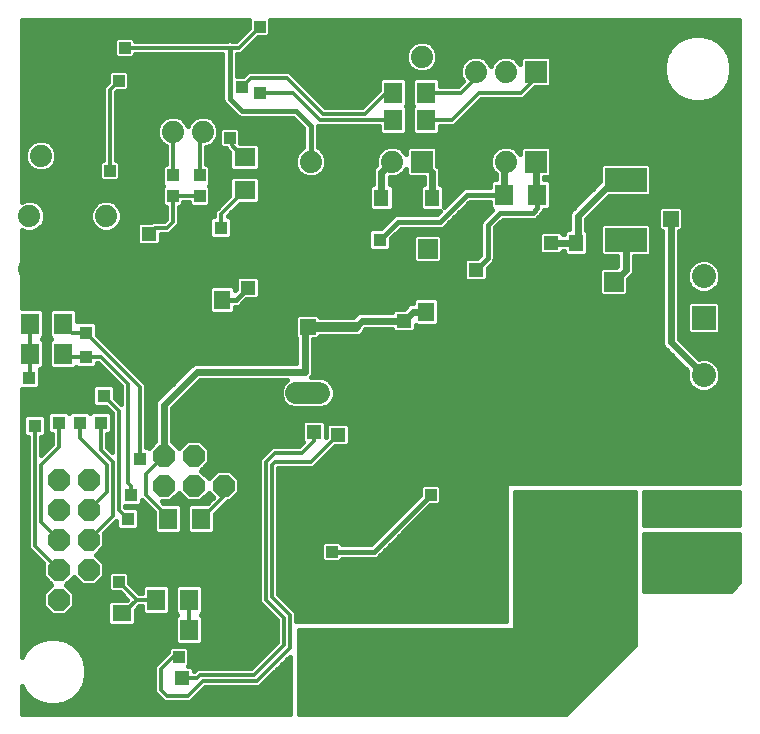
<source format=gbl>
G75*
%MOIN*%
%OFA0B0*%
%FSLAX24Y24*%
%IPPOS*%
%LPD*%
%AMOC8*
5,1,8,0,0,1.08239X$1,22.5*
%
%ADD10R,0.0800X0.0800*%
%ADD11C,0.0800*%
%ADD12R,0.0630X0.0709*%
%ADD13C,0.0740*%
%ADD14OC8,0.0740*%
%ADD15R,0.0551X0.0630*%
%ADD16R,0.0709X0.0630*%
%ADD17R,0.0630X0.0551*%
%ADD18R,0.0500X0.0579*%
%ADD19R,0.0740X0.0740*%
%ADD20R,0.1400X0.0800*%
%ADD21C,0.0650*%
%ADD22R,0.0650X0.0650*%
%ADD23R,0.0394X0.0433*%
%ADD24C,0.0740*%
%ADD25C,0.0160*%
%ADD26R,0.0396X0.0396*%
%ADD27R,0.0531X0.0531*%
%ADD28R,0.0475X0.0475*%
%ADD29C,0.0240*%
%ADD30C,0.0120*%
%ADD31R,0.0436X0.0436*%
%ADD32C,0.0320*%
D10*
X023300Y006100D03*
X023300Y010500D03*
X023300Y013800D03*
D11*
X023300Y015178D03*
X023300Y011878D03*
X023300Y007478D03*
D12*
X017751Y017900D03*
X016649Y017900D03*
X014051Y020400D03*
X014051Y021300D03*
X012949Y021300D03*
X012949Y020400D03*
X001951Y013600D03*
X001951Y012600D03*
X000849Y012600D03*
X000849Y013600D03*
X005449Y007100D03*
X006551Y007100D03*
X006151Y004400D03*
X005049Y004400D03*
X005049Y003400D03*
X006151Y003400D03*
D13*
X010600Y002100D03*
X010600Y008100D03*
X003380Y015410D03*
X003380Y017190D03*
X001200Y019200D03*
X000820Y017190D03*
X000820Y015410D03*
X005600Y020000D03*
X006600Y020000D03*
X010200Y019000D03*
X012900Y019000D03*
X015700Y019000D03*
X016700Y019000D03*
X016700Y022000D03*
X015700Y022000D03*
X013900Y022500D03*
X012900Y022500D03*
D14*
X007300Y009200D03*
X007300Y008200D03*
X006300Y008200D03*
X006300Y009200D03*
X005300Y009200D03*
X005300Y008200D03*
X002800Y008400D03*
X002800Y007400D03*
X002800Y006400D03*
X002800Y005400D03*
X002800Y004400D03*
X001800Y004400D03*
X001800Y005400D03*
X001800Y006400D03*
X001800Y007400D03*
X001800Y008400D03*
D15*
X006149Y014400D03*
X007251Y014400D03*
X014049Y014000D03*
X015151Y014000D03*
D16*
X008000Y018049D03*
X008000Y019151D03*
D17*
X003900Y003951D03*
X003900Y002849D03*
D18*
X017354Y016300D03*
X019046Y016300D03*
X014246Y017800D03*
X012554Y017800D03*
D19*
X013900Y019000D03*
X011200Y019000D03*
X017700Y019000D03*
X017700Y022000D03*
X002200Y019200D03*
D20*
X020700Y018400D03*
X020700Y016400D03*
D21*
X020300Y014000D03*
X014100Y015100D03*
D22*
X014100Y016100D03*
X020300Y015000D03*
D23*
X006500Y017865D03*
X006500Y018535D03*
X005600Y018535D03*
X005600Y017865D03*
D24*
X009730Y011300D02*
X010470Y011300D01*
D25*
X000580Y001507D02*
X000580Y000580D01*
X009500Y000580D01*
X009500Y002489D01*
X008491Y001480D01*
X006691Y001480D01*
X006191Y000980D01*
X005309Y000980D01*
X005180Y001109D01*
X005180Y001109D01*
X004980Y001309D01*
X004980Y002191D01*
X005442Y002653D01*
X005442Y002764D01*
X005536Y002858D01*
X006064Y002858D01*
X006158Y002764D01*
X006158Y002236D01*
X006120Y002197D01*
X006204Y002197D01*
X006297Y002104D01*
X006297Y002020D01*
X006309Y002020D01*
X006409Y002120D01*
X008209Y002120D01*
X009080Y002991D01*
X009080Y003709D01*
X008609Y004180D01*
X008480Y004309D01*
X008480Y009091D01*
X008609Y009220D01*
X008609Y009220D01*
X008780Y009391D01*
X008780Y009391D01*
X008909Y009520D01*
X009809Y009520D01*
X009944Y009655D01*
X009903Y009696D01*
X009903Y010304D01*
X009996Y010397D01*
X010604Y010397D01*
X010697Y010304D01*
X010697Y009809D01*
X010703Y009814D01*
X010703Y010204D01*
X010796Y010297D01*
X011404Y010297D01*
X011497Y010204D01*
X011497Y009596D01*
X011404Y009503D01*
X011014Y009503D01*
X010291Y008780D01*
X009120Y008780D01*
X009120Y004591D01*
X009720Y003991D01*
X009720Y003700D01*
X016700Y003700D01*
X016700Y008300D01*
X024490Y008300D01*
X024490Y023716D01*
X008858Y023716D01*
X008858Y023236D01*
X008764Y023142D01*
X008453Y023142D01*
X007891Y022580D01*
X007740Y022580D01*
X007740Y021858D01*
X007947Y021858D01*
X007980Y021891D01*
X008109Y022020D01*
X009491Y022020D01*
X010691Y020820D01*
X011909Y020820D01*
X012474Y021385D01*
X012474Y021721D01*
X012568Y021814D01*
X013330Y021814D01*
X013424Y021721D01*
X013424Y020879D01*
X013394Y020850D01*
X013424Y020821D01*
X013424Y019979D01*
X013330Y019886D01*
X012568Y019886D01*
X012474Y019979D01*
X012474Y020180D01*
X010440Y020180D01*
X010440Y019474D01*
X010500Y019449D01*
X010649Y019300D01*
X010730Y019105D01*
X010730Y018895D01*
X010649Y018700D01*
X010500Y018551D01*
X010305Y018470D01*
X010095Y018470D01*
X009900Y018551D01*
X009751Y018700D01*
X009670Y018895D01*
X009670Y019105D01*
X009751Y019300D01*
X009900Y019449D01*
X009960Y019474D01*
X009960Y020101D01*
X009601Y020460D01*
X007852Y020460D01*
X007764Y020497D01*
X007364Y020897D01*
X007297Y020964D01*
X007260Y021052D01*
X007260Y022580D01*
X004358Y022580D01*
X004358Y022536D01*
X004264Y022442D01*
X003736Y022442D01*
X003642Y022536D01*
X003642Y023064D01*
X003736Y023158D01*
X004264Y023158D01*
X004358Y023064D01*
X004358Y023020D01*
X007404Y023020D01*
X007452Y023040D01*
X007548Y023040D01*
X007596Y023020D01*
X007709Y023020D01*
X008142Y023453D01*
X008142Y023716D01*
X000580Y023716D01*
X000580Y017664D01*
X000715Y017720D01*
X000925Y017720D01*
X001120Y017639D01*
X001269Y017490D01*
X001350Y017295D01*
X001350Y017085D01*
X001269Y016890D01*
X001120Y016741D01*
X000925Y016660D01*
X000715Y016660D01*
X000580Y016716D01*
X000580Y014114D01*
X001230Y014114D01*
X001324Y014021D01*
X001324Y013179D01*
X001244Y013100D01*
X001324Y013021D01*
X001324Y012179D01*
X001230Y012086D01*
X001176Y012086D01*
X001178Y012084D01*
X001178Y011516D01*
X001084Y011422D01*
X000580Y011422D01*
X000580Y002493D01*
X000696Y002694D01*
X000906Y002904D01*
X001164Y003053D01*
X001451Y003130D01*
X001749Y003130D01*
X002036Y003053D01*
X002294Y002904D01*
X002504Y002694D01*
X002653Y002436D01*
X002730Y002149D01*
X002730Y001851D01*
X002653Y001564D01*
X002504Y001306D01*
X002294Y001096D01*
X002036Y000947D01*
X001749Y000870D01*
X001451Y000870D01*
X001164Y000947D01*
X000906Y001096D01*
X000696Y001306D01*
X000580Y001507D01*
X000580Y001451D02*
X000612Y001451D01*
X000580Y001293D02*
X000709Y001293D01*
X000580Y001134D02*
X000868Y001134D01*
X001114Y000976D02*
X000580Y000976D01*
X000580Y000817D02*
X009500Y000817D01*
X009500Y000659D02*
X000580Y000659D01*
X002086Y000976D02*
X009500Y000976D01*
X009500Y001134D02*
X006345Y001134D01*
X006504Y001293D02*
X009500Y001293D01*
X009500Y001451D02*
X006662Y001451D01*
X006374Y002085D02*
X006297Y002085D01*
X006158Y002244D02*
X008332Y002244D01*
X008491Y002402D02*
X006158Y002402D01*
X006158Y002561D02*
X008649Y002561D01*
X008808Y002719D02*
X006158Y002719D01*
X006532Y002886D02*
X005770Y002886D01*
X005676Y002979D01*
X005676Y003821D01*
X005756Y003900D01*
X005676Y003979D01*
X005676Y004821D01*
X005770Y004914D01*
X006532Y004914D01*
X006626Y004821D01*
X006626Y003979D01*
X006547Y003900D01*
X006626Y003821D01*
X006626Y002979D01*
X006532Y002886D01*
X006626Y003036D02*
X009080Y003036D01*
X009080Y003195D02*
X006626Y003195D01*
X006626Y003353D02*
X009080Y003353D01*
X009080Y003512D02*
X006626Y003512D01*
X006626Y003670D02*
X009080Y003670D01*
X008960Y003829D02*
X006618Y003829D01*
X006626Y003987D02*
X008802Y003987D01*
X008643Y004146D02*
X006626Y004146D01*
X006626Y004304D02*
X008485Y004304D01*
X008480Y004463D02*
X006626Y004463D01*
X006626Y004621D02*
X008480Y004621D01*
X008480Y004780D02*
X006626Y004780D01*
X005676Y004780D02*
X005524Y004780D01*
X005524Y004821D02*
X005430Y004914D01*
X004668Y004914D01*
X004574Y004821D01*
X004574Y004620D01*
X004491Y004620D01*
X004158Y004953D01*
X004158Y005264D01*
X004064Y005358D01*
X003536Y005358D01*
X003442Y005264D01*
X003442Y004736D01*
X003536Y004642D01*
X003847Y004642D01*
X004089Y004400D01*
X004076Y004387D01*
X003519Y004387D01*
X003425Y004293D01*
X003425Y003609D01*
X003519Y003516D01*
X004281Y003516D01*
X004375Y003609D01*
X004375Y004064D01*
X004491Y004180D01*
X004574Y004180D01*
X004574Y003979D01*
X004668Y003886D01*
X005430Y003886D01*
X005524Y003979D01*
X005524Y004821D01*
X005524Y004621D02*
X005676Y004621D01*
X005676Y004463D02*
X005524Y004463D01*
X005524Y004304D02*
X005676Y004304D01*
X005676Y004146D02*
X005524Y004146D01*
X005524Y003987D02*
X005676Y003987D01*
X005684Y003829D02*
X004375Y003829D01*
X004375Y003987D02*
X004574Y003987D01*
X004574Y004146D02*
X004457Y004146D01*
X004026Y004463D02*
X002330Y004463D01*
X002330Y004620D02*
X002330Y004180D01*
X002020Y003870D01*
X001580Y003870D01*
X001270Y004180D01*
X001270Y004620D01*
X001550Y004900D01*
X001270Y005180D01*
X001270Y005619D01*
X000780Y006109D01*
X000780Y009822D01*
X000716Y009822D01*
X000622Y009916D01*
X000622Y010484D01*
X000716Y010578D01*
X001284Y010578D01*
X001378Y010484D01*
X001378Y009916D01*
X001284Y009822D01*
X001220Y009822D01*
X001220Y009231D01*
X001580Y009591D01*
X001580Y009922D01*
X001516Y009922D01*
X001422Y010016D01*
X001422Y010584D01*
X001516Y010678D01*
X002084Y010678D01*
X002150Y010612D01*
X002216Y010678D01*
X002784Y010678D01*
X002850Y010612D01*
X002916Y010678D01*
X003484Y010678D01*
X003578Y010584D01*
X003578Y010016D01*
X003484Y009922D01*
X003420Y009922D01*
X003420Y009491D01*
X003580Y009331D01*
X003580Y010609D01*
X003367Y010822D01*
X003016Y010822D01*
X002922Y010916D01*
X002922Y011484D01*
X003016Y011578D01*
X003584Y011578D01*
X003678Y011484D01*
X003678Y011133D01*
X003880Y010931D01*
X003880Y011509D01*
X003109Y012280D01*
X003078Y012280D01*
X003078Y012216D01*
X002984Y012122D01*
X002416Y012122D01*
X002392Y012146D01*
X002332Y012086D01*
X001570Y012086D01*
X001476Y012179D01*
X001476Y013021D01*
X001556Y013100D01*
X001476Y013179D01*
X001476Y014021D01*
X001570Y014114D01*
X002332Y014114D01*
X002426Y014021D01*
X002426Y013678D01*
X002984Y013678D01*
X003078Y013584D01*
X003078Y013233D01*
X004720Y011591D01*
X004720Y009478D01*
X004784Y009478D01*
X004806Y009456D01*
X005020Y009670D01*
X005020Y010956D01*
X005063Y011059D01*
X006163Y012159D01*
X006241Y012237D01*
X006344Y012280D01*
X009720Y012280D01*
X009720Y013122D01*
X009674Y013168D01*
X009674Y013832D01*
X009768Y013926D01*
X010432Y013926D01*
X010526Y013832D01*
X010526Y013820D01*
X011624Y013820D01*
X011741Y013937D01*
X011844Y013980D01*
X012903Y013980D01*
X012903Y014004D01*
X012996Y014097D01*
X013301Y014097D01*
X013441Y014237D01*
X013544Y014280D01*
X013613Y014280D01*
X013613Y014381D01*
X013707Y014475D01*
X014391Y014475D01*
X014484Y014381D01*
X014484Y013619D01*
X014391Y013525D01*
X013707Y013525D01*
X013697Y013535D01*
X013697Y013396D01*
X013604Y013303D01*
X012996Y013303D01*
X012903Y013396D01*
X012903Y013420D01*
X012016Y013420D01*
X012011Y013415D01*
X011971Y013319D01*
X011881Y013229D01*
X011764Y013180D01*
X021920Y013180D01*
X021920Y013022D02*
X010280Y013022D01*
X010280Y013074D02*
X010432Y013074D01*
X010526Y013168D01*
X010526Y013180D01*
X011764Y013180D01*
X011979Y013339D02*
X012960Y013339D01*
X013640Y013339D02*
X021920Y013339D01*
X021920Y013497D02*
X013697Y013497D01*
X013335Y014131D02*
X007687Y014131D01*
X007687Y014160D02*
X007748Y014160D01*
X007836Y014197D01*
X008042Y014403D01*
X008404Y014403D01*
X008497Y014496D01*
X008497Y015104D01*
X008404Y015197D01*
X007796Y015197D01*
X007703Y015104D01*
X007703Y014742D01*
X007687Y014726D01*
X007687Y014781D01*
X007593Y014875D01*
X006909Y014875D01*
X006816Y014781D01*
X006816Y014019D01*
X006909Y013925D01*
X007593Y013925D01*
X007687Y014019D01*
X007687Y014160D01*
X007641Y013973D02*
X011826Y013973D01*
X010280Y013074D02*
X010280Y011944D01*
X010237Y011841D01*
X010226Y011830D01*
X010575Y011830D01*
X010770Y011749D01*
X010919Y011600D01*
X011000Y011405D01*
X011000Y011195D01*
X010919Y011000D01*
X010770Y010851D01*
X010575Y010770D01*
X009625Y010770D01*
X009430Y010851D01*
X009281Y011000D01*
X009200Y011195D01*
X009200Y011405D01*
X009281Y011600D01*
X009400Y011720D01*
X006516Y011720D01*
X005580Y010784D01*
X005580Y009670D01*
X005800Y009450D01*
X006080Y009730D01*
X006520Y009730D01*
X006830Y009420D01*
X006830Y008980D01*
X006550Y008700D01*
X006800Y008450D01*
X007080Y008730D01*
X007520Y008730D01*
X007830Y008420D01*
X007830Y007980D01*
X007520Y007670D01*
X007432Y007670D01*
X007026Y007264D01*
X007026Y006679D01*
X006932Y006586D01*
X006170Y006586D01*
X006076Y006679D01*
X006076Y007521D01*
X006170Y007614D01*
X006754Y007614D01*
X006945Y007805D01*
X006800Y007950D01*
X006520Y007670D01*
X006080Y007670D01*
X005800Y007950D01*
X005520Y007670D01*
X005241Y007670D01*
X005297Y007614D01*
X005830Y007614D01*
X005924Y007521D01*
X005924Y006679D01*
X005830Y006586D01*
X005068Y006586D01*
X004974Y006679D01*
X004974Y007315D01*
X004609Y007680D01*
X004578Y007711D01*
X004578Y007616D01*
X004484Y007522D01*
X004020Y007522D01*
X004020Y007491D01*
X004033Y007478D01*
X004384Y007478D01*
X004478Y007384D01*
X004478Y006816D01*
X004384Y006722D01*
X003816Y006722D01*
X003722Y006816D01*
X003722Y007011D01*
X003330Y006619D01*
X003330Y006180D01*
X003050Y005900D01*
X003330Y005620D01*
X003330Y005180D01*
X003020Y004870D01*
X002580Y004870D01*
X002300Y005150D01*
X002050Y004900D01*
X002330Y004620D01*
X002329Y004621D02*
X003868Y004621D01*
X004173Y004938D02*
X008480Y004938D01*
X008480Y005097D02*
X004158Y005097D01*
X004158Y005255D02*
X008480Y005255D01*
X008480Y005414D02*
X003330Y005414D01*
X003330Y005572D02*
X008480Y005572D01*
X008480Y005731D02*
X003219Y005731D01*
X003061Y005889D02*
X008480Y005889D01*
X008480Y006048D02*
X003197Y006048D01*
X003330Y006206D02*
X008480Y006206D01*
X008480Y006365D02*
X003330Y006365D01*
X003330Y006523D02*
X008480Y006523D01*
X008480Y006682D02*
X007026Y006682D01*
X007026Y006840D02*
X008480Y006840D01*
X008480Y006999D02*
X007026Y006999D01*
X007026Y007157D02*
X008480Y007157D01*
X008480Y007316D02*
X007078Y007316D01*
X007236Y007474D02*
X008480Y007474D01*
X008480Y007633D02*
X007395Y007633D01*
X007641Y007791D02*
X008480Y007791D01*
X008480Y007950D02*
X007799Y007950D01*
X007830Y008108D02*
X008480Y008108D01*
X008480Y008267D02*
X007830Y008267D01*
X007825Y008425D02*
X008480Y008425D01*
X008480Y008584D02*
X007666Y008584D01*
X006934Y008584D02*
X006666Y008584D01*
X006592Y008742D02*
X008480Y008742D01*
X008480Y008901D02*
X006750Y008901D01*
X006830Y009059D02*
X008480Y009059D01*
X008606Y009218D02*
X006830Y009218D01*
X006830Y009376D02*
X008765Y009376D01*
X009120Y008742D02*
X024490Y008742D01*
X024490Y008584D02*
X009120Y008584D01*
X009120Y008425D02*
X024490Y008425D01*
X024490Y008000D02*
X024490Y006900D01*
X021300Y006900D01*
X021300Y008000D01*
X024490Y008000D01*
X024490Y007950D02*
X021300Y007950D01*
X021300Y007791D02*
X024490Y007791D01*
X024490Y007633D02*
X021300Y007633D01*
X021300Y007474D02*
X024490Y007474D01*
X024490Y007316D02*
X021300Y007316D01*
X021300Y007157D02*
X024490Y007157D01*
X024490Y006999D02*
X021300Y006999D01*
X021000Y006999D02*
X017000Y006999D01*
X017000Y007157D02*
X021000Y007157D01*
X021000Y007316D02*
X017000Y007316D01*
X017000Y007474D02*
X021000Y007474D01*
X021000Y007633D02*
X017000Y007633D01*
X017000Y007791D02*
X021000Y007791D01*
X021000Y007950D02*
X017000Y007950D01*
X017000Y008000D02*
X021000Y008000D01*
X021000Y002900D01*
X018700Y000600D01*
X009800Y000600D01*
X009800Y003400D01*
X017000Y003400D01*
X017000Y008000D01*
X016700Y007950D02*
X014558Y007950D01*
X014558Y008108D02*
X016700Y008108D01*
X016700Y008267D02*
X009120Y008267D01*
X009120Y008108D02*
X013842Y008108D01*
X013842Y008164D02*
X013842Y007881D01*
X012201Y006240D01*
X011258Y006240D01*
X011258Y006264D01*
X011164Y006358D01*
X010636Y006358D01*
X010542Y006264D01*
X010542Y005736D01*
X010636Y005642D01*
X011164Y005642D01*
X011258Y005736D01*
X011258Y005760D01*
X012348Y005760D01*
X012436Y005797D01*
X014181Y007542D01*
X014464Y007542D01*
X014558Y007636D01*
X014558Y008164D01*
X014464Y008258D01*
X013936Y008258D01*
X013842Y008164D01*
X013842Y007950D02*
X009120Y007950D01*
X009120Y007791D02*
X013752Y007791D01*
X013593Y007633D02*
X009120Y007633D01*
X009120Y007474D02*
X013435Y007474D01*
X013276Y007316D02*
X009120Y007316D01*
X009120Y007157D02*
X013118Y007157D01*
X012959Y006999D02*
X009120Y006999D01*
X009120Y006840D02*
X012801Y006840D01*
X012642Y006682D02*
X009120Y006682D01*
X009120Y006523D02*
X012484Y006523D01*
X012325Y006365D02*
X009120Y006365D01*
X009120Y006206D02*
X010542Y006206D01*
X010542Y006048D02*
X009120Y006048D01*
X009120Y005889D02*
X010542Y005889D01*
X010547Y005731D02*
X009120Y005731D01*
X009120Y005572D02*
X016700Y005572D01*
X016700Y005414D02*
X009120Y005414D01*
X009120Y005255D02*
X016700Y005255D01*
X016700Y005097D02*
X009120Y005097D01*
X009120Y004938D02*
X016700Y004938D01*
X016700Y004780D02*
X009120Y004780D01*
X009120Y004621D02*
X016700Y004621D01*
X016700Y004463D02*
X009249Y004463D01*
X009407Y004304D02*
X016700Y004304D01*
X016700Y004146D02*
X009566Y004146D01*
X009720Y003987D02*
X016700Y003987D01*
X016700Y003829D02*
X009720Y003829D01*
X009800Y003353D02*
X021000Y003353D01*
X021000Y003195D02*
X009800Y003195D01*
X009800Y003036D02*
X021000Y003036D01*
X020978Y002878D02*
X009800Y002878D01*
X009800Y002719D02*
X020819Y002719D01*
X020661Y002561D02*
X009800Y002561D01*
X009800Y002402D02*
X020502Y002402D01*
X020344Y002244D02*
X009800Y002244D01*
X009800Y002085D02*
X020185Y002085D01*
X020027Y001927D02*
X009800Y001927D01*
X009800Y001768D02*
X019868Y001768D01*
X019710Y001610D02*
X009800Y001610D01*
X009800Y001451D02*
X019551Y001451D01*
X019393Y001293D02*
X009800Y001293D01*
X009800Y001134D02*
X019234Y001134D01*
X019076Y000976D02*
X009800Y000976D01*
X009800Y000817D02*
X018917Y000817D01*
X018759Y000659D02*
X009800Y000659D01*
X009500Y001610D02*
X008621Y001610D01*
X008779Y001768D02*
X009500Y001768D01*
X009500Y001927D02*
X008938Y001927D01*
X009096Y002085D02*
X009500Y002085D01*
X009500Y002244D02*
X009255Y002244D01*
X009413Y002402D02*
X009500Y002402D01*
X008966Y002878D02*
X002321Y002878D01*
X002479Y002719D02*
X005442Y002719D01*
X005349Y002561D02*
X002581Y002561D01*
X002662Y002402D02*
X005191Y002402D01*
X005032Y002244D02*
X002705Y002244D01*
X002730Y002085D02*
X004980Y002085D01*
X004980Y001927D02*
X002730Y001927D01*
X002708Y001768D02*
X004980Y001768D01*
X004980Y001610D02*
X002665Y001610D01*
X002588Y001451D02*
X004980Y001451D01*
X004996Y001293D02*
X002491Y001293D01*
X002332Y001134D02*
X005155Y001134D01*
X005676Y003036D02*
X002066Y003036D01*
X001134Y003036D02*
X000580Y003036D01*
X000580Y002878D02*
X000879Y002878D01*
X000721Y002719D02*
X000580Y002719D01*
X000580Y002561D02*
X000619Y002561D01*
X000580Y003195D02*
X005676Y003195D01*
X005676Y003353D02*
X000580Y003353D01*
X000580Y003512D02*
X005676Y003512D01*
X005676Y003670D02*
X004375Y003670D01*
X003425Y003670D02*
X000580Y003670D01*
X000580Y003829D02*
X003425Y003829D01*
X003425Y003987D02*
X002137Y003987D01*
X002295Y004146D02*
X003425Y004146D01*
X003436Y004304D02*
X002330Y004304D01*
X002170Y004780D02*
X003442Y004780D01*
X003442Y004938D02*
X003088Y004938D01*
X003246Y005097D02*
X003442Y005097D01*
X003442Y005255D02*
X003330Y005255D01*
X002512Y004938D02*
X002088Y004938D01*
X002246Y005097D02*
X002354Y005097D01*
X001512Y004938D02*
X000580Y004938D01*
X000580Y004780D02*
X001430Y004780D01*
X001271Y004621D02*
X000580Y004621D01*
X000580Y004463D02*
X001270Y004463D01*
X001270Y004304D02*
X000580Y004304D01*
X000580Y004146D02*
X001305Y004146D01*
X001463Y003987D02*
X000580Y003987D01*
X000580Y005097D02*
X001354Y005097D01*
X001270Y005255D02*
X000580Y005255D01*
X000580Y005414D02*
X001270Y005414D01*
X001270Y005572D02*
X000580Y005572D01*
X000580Y005731D02*
X001158Y005731D01*
X001000Y005889D02*
X000580Y005889D01*
X000580Y006048D02*
X000841Y006048D01*
X000780Y006206D02*
X000580Y006206D01*
X000580Y006365D02*
X000780Y006365D01*
X000780Y006523D02*
X000580Y006523D01*
X000580Y006682D02*
X000780Y006682D01*
X000780Y006840D02*
X000580Y006840D01*
X000580Y006999D02*
X000780Y006999D01*
X000780Y007157D02*
X000580Y007157D01*
X000580Y007316D02*
X000780Y007316D01*
X000780Y007474D02*
X000580Y007474D01*
X000580Y007633D02*
X000780Y007633D01*
X000780Y007791D02*
X000580Y007791D01*
X000580Y007950D02*
X000780Y007950D01*
X000780Y008108D02*
X000580Y008108D01*
X000580Y008267D02*
X000780Y008267D01*
X000780Y008425D02*
X000580Y008425D01*
X000580Y008584D02*
X000780Y008584D01*
X000780Y008742D02*
X000580Y008742D01*
X000580Y008901D02*
X000780Y008901D01*
X000780Y009059D02*
X000580Y009059D01*
X000580Y009218D02*
X000780Y009218D01*
X000780Y009376D02*
X000580Y009376D01*
X000580Y009535D02*
X000780Y009535D01*
X000780Y009693D02*
X000580Y009693D01*
X000580Y009852D02*
X000687Y009852D01*
X000622Y010010D02*
X000580Y010010D01*
X000580Y010169D02*
X000622Y010169D01*
X000622Y010327D02*
X000580Y010327D01*
X000580Y010486D02*
X000624Y010486D01*
X000580Y010644D02*
X001482Y010644D01*
X001422Y010486D02*
X001376Y010486D01*
X001378Y010327D02*
X001422Y010327D01*
X001422Y010169D02*
X001378Y010169D01*
X001378Y010010D02*
X001428Y010010D01*
X001313Y009852D02*
X001580Y009852D01*
X001580Y009693D02*
X001220Y009693D01*
X001220Y009535D02*
X001523Y009535D01*
X001365Y009376D02*
X001220Y009376D01*
X002118Y010644D02*
X002182Y010644D01*
X002818Y010644D02*
X002882Y010644D01*
X002922Y010961D02*
X000580Y010961D01*
X000580Y010803D02*
X003386Y010803D01*
X003518Y010644D02*
X003545Y010644D01*
X003578Y010486D02*
X003580Y010486D01*
X003578Y010327D02*
X003580Y010327D01*
X003578Y010169D02*
X003580Y010169D01*
X003572Y010010D02*
X003580Y010010D01*
X003580Y009852D02*
X003420Y009852D01*
X003420Y009693D02*
X003580Y009693D01*
X003580Y009535D02*
X003420Y009535D01*
X003535Y009376D02*
X003580Y009376D01*
X004720Y009535D02*
X004885Y009535D01*
X005020Y009693D02*
X004720Y009693D01*
X004720Y009852D02*
X005020Y009852D01*
X005020Y010010D02*
X004720Y010010D01*
X004720Y010169D02*
X005020Y010169D01*
X005020Y010327D02*
X004720Y010327D01*
X004720Y010486D02*
X005020Y010486D01*
X005020Y010644D02*
X004720Y010644D01*
X004720Y010803D02*
X005020Y010803D01*
X005022Y010961D02*
X004720Y010961D01*
X004720Y011120D02*
X005124Y011120D01*
X005282Y011278D02*
X004720Y011278D01*
X004720Y011437D02*
X005441Y011437D01*
X005599Y011595D02*
X004716Y011595D01*
X004558Y011754D02*
X005758Y011754D01*
X005916Y011912D02*
X004399Y011912D01*
X004241Y012071D02*
X006075Y012071D01*
X006233Y012229D02*
X004082Y012229D01*
X003924Y012388D02*
X009720Y012388D01*
X009720Y012546D02*
X003765Y012546D01*
X003607Y012705D02*
X009720Y012705D01*
X009720Y012863D02*
X003448Y012863D01*
X003290Y013022D02*
X009720Y013022D01*
X009674Y013180D02*
X003131Y013180D01*
X003078Y013339D02*
X009674Y013339D01*
X009674Y013497D02*
X003078Y013497D01*
X003006Y013656D02*
X009674Y013656D01*
X009674Y013814D02*
X002426Y013814D01*
X002426Y013973D02*
X006862Y013973D01*
X006816Y014131D02*
X000580Y014131D01*
X000580Y014290D02*
X006816Y014290D01*
X006816Y014448D02*
X000580Y014448D01*
X000580Y014607D02*
X006816Y014607D01*
X006816Y014765D02*
X000580Y014765D01*
X000580Y014924D02*
X007703Y014924D01*
X007703Y015082D02*
X000580Y015082D01*
X000580Y015241D02*
X015303Y015241D01*
X015303Y015096D02*
X015396Y015003D01*
X016004Y015003D01*
X016097Y015096D01*
X016097Y015458D01*
X016303Y015664D01*
X016340Y015752D01*
X016340Y016801D01*
X016599Y017060D01*
X017648Y017060D01*
X017736Y017097D01*
X017803Y017164D01*
X017955Y017315D01*
X017984Y017386D01*
X018132Y017386D01*
X018226Y017479D01*
X018226Y018321D01*
X018132Y018414D01*
X017980Y018414D01*
X017980Y018470D01*
X018136Y018470D01*
X018230Y018564D01*
X018230Y019436D01*
X018136Y019530D01*
X017264Y019530D01*
X017170Y019436D01*
X017170Y019250D01*
X017149Y019300D01*
X017000Y019449D01*
X016805Y019530D01*
X016595Y019530D01*
X016400Y019449D01*
X016251Y019300D01*
X016170Y019105D01*
X016170Y018895D01*
X016251Y018700D01*
X016369Y018582D01*
X016369Y018414D01*
X016268Y018414D01*
X016174Y018321D01*
X016174Y018140D01*
X015352Y018140D01*
X015264Y018103D01*
X014656Y017496D01*
X014656Y018156D01*
X014563Y018249D01*
X014526Y018249D01*
X014526Y018709D01*
X014484Y018812D01*
X014430Y018866D01*
X014430Y019436D01*
X014336Y019530D01*
X013464Y019530D01*
X013370Y019436D01*
X013370Y019250D01*
X013349Y019300D01*
X013200Y019449D01*
X013005Y019530D01*
X012795Y019530D01*
X012600Y019449D01*
X012451Y019300D01*
X012370Y019105D01*
X012370Y018895D01*
X012378Y018874D01*
X012316Y018812D01*
X012274Y018709D01*
X012274Y018249D01*
X012237Y018249D01*
X012144Y018156D01*
X012144Y017444D01*
X012237Y017351D01*
X012870Y017351D01*
X012964Y017444D01*
X012964Y018156D01*
X012870Y018249D01*
X012834Y018249D01*
X012834Y018470D01*
X013005Y018470D01*
X013200Y018551D01*
X013349Y018700D01*
X013370Y018750D01*
X013370Y018564D01*
X013464Y018470D01*
X013966Y018470D01*
X013966Y018249D01*
X013930Y018249D01*
X013836Y018156D01*
X013836Y017444D01*
X013930Y017351D01*
X014511Y017351D01*
X014401Y017240D01*
X013052Y017240D01*
X012964Y017203D01*
X012897Y017136D01*
X012538Y016778D01*
X012216Y016778D01*
X012122Y016684D01*
X012122Y016116D01*
X012216Y016022D01*
X012784Y016022D01*
X012878Y016116D01*
X012878Y016438D01*
X013199Y016760D01*
X014548Y016760D01*
X014636Y016797D01*
X015499Y017660D01*
X016174Y017660D01*
X016174Y017479D01*
X016257Y017396D01*
X015964Y017103D01*
X015897Y017036D01*
X015860Y016948D01*
X015860Y015899D01*
X015758Y015797D01*
X015396Y015797D01*
X015303Y015704D01*
X015303Y015096D01*
X015317Y015082D02*
X008497Y015082D01*
X008497Y014924D02*
X019815Y014924D01*
X019815Y015082D02*
X016083Y015082D01*
X016097Y015241D02*
X019815Y015241D01*
X019815Y015391D02*
X019815Y014609D01*
X019909Y014515D01*
X020691Y014515D01*
X020785Y014609D01*
X020785Y015089D01*
X020937Y015241D01*
X020980Y015344D01*
X020980Y015840D01*
X021466Y015840D01*
X021560Y015934D01*
X021560Y016866D01*
X021466Y016960D01*
X019934Y016960D01*
X019840Y016866D01*
X019840Y015934D01*
X019934Y015840D01*
X020420Y015840D01*
X020420Y015516D01*
X020389Y015485D01*
X019909Y015485D01*
X019815Y015391D01*
X019823Y015399D02*
X016097Y015399D01*
X016197Y015558D02*
X020420Y015558D01*
X020420Y015716D02*
X016325Y015716D01*
X016340Y015875D02*
X018706Y015875D01*
X018730Y015851D02*
X019363Y015851D01*
X019456Y015944D01*
X019456Y016656D01*
X019380Y016732D01*
X019380Y017084D01*
X020136Y017840D01*
X021466Y017840D01*
X021560Y017934D01*
X021560Y018866D01*
X021466Y018960D01*
X019934Y018960D01*
X019840Y018866D01*
X019840Y018336D01*
X018941Y017437D01*
X018863Y017359D01*
X018820Y017256D01*
X018820Y016749D01*
X018730Y016749D01*
X018636Y016656D01*
X018636Y016580D01*
X018597Y016580D01*
X018597Y016604D01*
X018504Y016697D01*
X017896Y016697D01*
X017803Y016604D01*
X017803Y015996D01*
X017896Y015903D01*
X018504Y015903D01*
X018597Y015996D01*
X018597Y016020D01*
X018636Y016020D01*
X018636Y015944D01*
X018730Y015851D01*
X019387Y015875D02*
X019899Y015875D01*
X019840Y016033D02*
X019456Y016033D01*
X019456Y016192D02*
X019840Y016192D01*
X019840Y016350D02*
X019456Y016350D01*
X019456Y016509D02*
X019840Y016509D01*
X019840Y016667D02*
X019445Y016667D01*
X019380Y016826D02*
X019840Y016826D01*
X019380Y016984D02*
X021774Y016984D01*
X021774Y016826D02*
X021560Y016826D01*
X021560Y016667D02*
X021920Y016667D01*
X021920Y016674D02*
X021920Y012922D01*
X021963Y012819D01*
X022755Y012027D01*
X022740Y011989D01*
X022740Y011767D01*
X022825Y011561D01*
X022983Y011403D01*
X023189Y011318D01*
X023411Y011318D01*
X023617Y011403D01*
X023775Y011561D01*
X023860Y011767D01*
X023860Y011989D01*
X023775Y012195D01*
X023617Y012353D01*
X023411Y012438D01*
X023189Y012438D01*
X023151Y012423D01*
X022480Y013094D01*
X022480Y016674D01*
X022532Y016674D01*
X022626Y016768D01*
X022626Y017432D01*
X022532Y017526D01*
X021868Y017526D01*
X021774Y017432D01*
X021774Y016768D01*
X021868Y016674D01*
X021920Y016674D01*
X021920Y016509D02*
X021560Y016509D01*
X021560Y016350D02*
X021920Y016350D01*
X021920Y016192D02*
X021560Y016192D01*
X021560Y016033D02*
X021920Y016033D01*
X021920Y015875D02*
X021501Y015875D01*
X021920Y015716D02*
X020980Y015716D01*
X020980Y015558D02*
X021920Y015558D01*
X021920Y015399D02*
X020980Y015399D01*
X020937Y015241D02*
X021920Y015241D01*
X021920Y015082D02*
X020785Y015082D01*
X020785Y014924D02*
X021920Y014924D01*
X021920Y014765D02*
X020785Y014765D01*
X020783Y014607D02*
X021920Y014607D01*
X021920Y014448D02*
X014418Y014448D01*
X014484Y014290D02*
X021920Y014290D01*
X021920Y014131D02*
X014484Y014131D01*
X014484Y013973D02*
X021920Y013973D01*
X021920Y013814D02*
X014484Y013814D01*
X014484Y013656D02*
X021920Y013656D01*
X022480Y013656D02*
X022740Y013656D01*
X022740Y013814D02*
X022480Y013814D01*
X022480Y013973D02*
X022740Y013973D01*
X022740Y014131D02*
X022480Y014131D01*
X022480Y014290D02*
X022763Y014290D01*
X022740Y014266D02*
X022740Y013334D01*
X022834Y013240D01*
X023766Y013240D01*
X023860Y013334D01*
X023860Y014266D01*
X023766Y014360D01*
X022834Y014360D01*
X022740Y014266D01*
X022480Y014448D02*
X024490Y014448D01*
X024490Y014290D02*
X023837Y014290D01*
X023860Y014131D02*
X024490Y014131D01*
X024490Y013973D02*
X023860Y013973D01*
X023860Y013814D02*
X024490Y013814D01*
X024490Y013656D02*
X023860Y013656D01*
X023860Y013497D02*
X024490Y013497D01*
X024490Y013339D02*
X023860Y013339D01*
X024490Y013180D02*
X022480Y013180D01*
X022480Y013339D02*
X022740Y013339D01*
X022740Y013497D02*
X022480Y013497D01*
X022552Y013022D02*
X024490Y013022D01*
X024490Y012863D02*
X022711Y012863D01*
X022869Y012705D02*
X024490Y012705D01*
X024490Y012546D02*
X023028Y012546D01*
X023533Y012388D02*
X024490Y012388D01*
X024490Y012229D02*
X023741Y012229D01*
X023826Y012071D02*
X024490Y012071D01*
X024490Y011912D02*
X023860Y011912D01*
X023855Y011754D02*
X024490Y011754D01*
X024490Y011595D02*
X023789Y011595D01*
X023651Y011437D02*
X024490Y011437D01*
X024490Y011278D02*
X011000Y011278D01*
X010987Y011437D02*
X022949Y011437D01*
X022811Y011595D02*
X010921Y011595D01*
X010760Y011754D02*
X022745Y011754D01*
X022740Y011912D02*
X010267Y011912D01*
X010280Y012071D02*
X022711Y012071D01*
X022553Y012229D02*
X010280Y012229D01*
X010280Y012388D02*
X022394Y012388D01*
X022236Y012546D02*
X010280Y012546D01*
X010280Y012705D02*
X022077Y012705D01*
X021945Y012863D02*
X010280Y012863D01*
X009279Y011595D02*
X006391Y011595D01*
X006232Y011437D02*
X009213Y011437D01*
X009200Y011278D02*
X006074Y011278D01*
X005915Y011120D02*
X009231Y011120D01*
X009319Y010961D02*
X005757Y010961D01*
X005598Y010803D02*
X009546Y010803D01*
X009926Y010327D02*
X005580Y010327D01*
X005580Y010169D02*
X009903Y010169D01*
X009903Y010010D02*
X005580Y010010D01*
X005580Y009852D02*
X009903Y009852D01*
X009906Y009693D02*
X006557Y009693D01*
X006715Y009535D02*
X009823Y009535D01*
X010412Y008901D02*
X024490Y008901D01*
X024490Y009059D02*
X010570Y009059D01*
X010729Y009218D02*
X024490Y009218D01*
X024490Y009376D02*
X010887Y009376D01*
X010703Y009852D02*
X010697Y009852D01*
X010697Y010010D02*
X010703Y010010D01*
X010697Y010169D02*
X010703Y010169D01*
X010674Y010327D02*
X024490Y010327D01*
X024490Y010169D02*
X011497Y010169D01*
X011497Y010010D02*
X024490Y010010D01*
X024490Y009852D02*
X011497Y009852D01*
X011497Y009693D02*
X024490Y009693D01*
X024490Y009535D02*
X011436Y009535D01*
X010654Y010803D02*
X024490Y010803D01*
X024490Y010961D02*
X010881Y010961D01*
X010969Y011120D02*
X024490Y011120D01*
X024490Y010644D02*
X005580Y010644D01*
X005580Y010486D02*
X024490Y010486D01*
X021000Y006840D02*
X017000Y006840D01*
X017000Y006682D02*
X021000Y006682D01*
X021000Y006523D02*
X017000Y006523D01*
X017000Y006365D02*
X021000Y006365D01*
X021000Y006206D02*
X017000Y006206D01*
X017000Y006048D02*
X021000Y006048D01*
X021000Y005889D02*
X017000Y005889D01*
X017000Y005731D02*
X021000Y005731D01*
X021000Y005572D02*
X017000Y005572D01*
X017000Y005414D02*
X021000Y005414D01*
X021000Y005255D02*
X017000Y005255D01*
X017000Y005097D02*
X021000Y005097D01*
X021000Y004938D02*
X017000Y004938D01*
X017000Y004780D02*
X021000Y004780D01*
X021000Y004621D02*
X017000Y004621D01*
X017000Y004463D02*
X021000Y004463D01*
X021000Y004304D02*
X017000Y004304D01*
X017000Y004146D02*
X021000Y004146D01*
X021000Y003987D02*
X017000Y003987D01*
X017000Y003829D02*
X021000Y003829D01*
X021000Y003670D02*
X017000Y003670D01*
X017000Y003512D02*
X021000Y003512D01*
X021300Y004700D02*
X021300Y006600D01*
X024490Y006600D01*
X024490Y004990D01*
X024200Y004700D01*
X021300Y004700D01*
X021300Y004780D02*
X024280Y004780D01*
X024438Y004938D02*
X021300Y004938D01*
X021300Y005097D02*
X024490Y005097D01*
X024490Y005255D02*
X021300Y005255D01*
X021300Y005414D02*
X024490Y005414D01*
X024490Y005572D02*
X021300Y005572D01*
X021300Y005731D02*
X024490Y005731D01*
X024490Y005889D02*
X021300Y005889D01*
X021300Y006048D02*
X024490Y006048D01*
X024490Y006206D02*
X021300Y006206D01*
X021300Y006365D02*
X024490Y006365D01*
X024490Y006523D02*
X021300Y006523D01*
X016700Y006523D02*
X013162Y006523D01*
X013004Y006365D02*
X016700Y006365D01*
X016700Y006206D02*
X012845Y006206D01*
X012687Y006048D02*
X016700Y006048D01*
X016700Y005889D02*
X012528Y005889D01*
X012300Y006000D02*
X014200Y007900D01*
X014558Y007791D02*
X016700Y007791D01*
X016700Y007633D02*
X014555Y007633D01*
X014113Y007474D02*
X016700Y007474D01*
X016700Y007316D02*
X013955Y007316D01*
X013796Y007157D02*
X016700Y007157D01*
X016700Y006999D02*
X013638Y006999D01*
X013479Y006840D02*
X016700Y006840D01*
X016700Y006682D02*
X013321Y006682D01*
X012300Y006000D02*
X010900Y006000D01*
X011253Y005731D02*
X016700Y005731D01*
X013613Y014290D02*
X007929Y014290D01*
X007700Y014400D02*
X008100Y014800D01*
X008497Y014765D02*
X019815Y014765D01*
X019817Y014607D02*
X008497Y014607D01*
X008449Y014448D02*
X013680Y014448D01*
X013709Y015615D02*
X014491Y015615D01*
X014585Y015709D01*
X014585Y016491D01*
X014491Y016585D01*
X013709Y016585D01*
X013615Y016491D01*
X013615Y015709D01*
X013709Y015615D01*
X013615Y015716D02*
X000580Y015716D01*
X000580Y015558D02*
X015303Y015558D01*
X015315Y015716D02*
X014585Y015716D01*
X014585Y015875D02*
X015835Y015875D01*
X015860Y016033D02*
X014585Y016033D01*
X014585Y016192D02*
X015860Y016192D01*
X015860Y016350D02*
X014585Y016350D01*
X014568Y016509D02*
X015860Y016509D01*
X015860Y016667D02*
X013106Y016667D01*
X012948Y016509D02*
X013632Y016509D01*
X013615Y016350D02*
X012878Y016350D01*
X012878Y016192D02*
X013615Y016192D01*
X013615Y016033D02*
X012795Y016033D01*
X012500Y016400D02*
X013100Y017000D01*
X014500Y017000D01*
X015400Y017900D01*
X016649Y017900D01*
X016174Y017618D02*
X015457Y017618D01*
X015299Y017460D02*
X016194Y017460D01*
X016162Y017301D02*
X015140Y017301D01*
X014982Y017143D02*
X016003Y017143D01*
X015875Y016984D02*
X014823Y016984D01*
X014665Y016826D02*
X015860Y016826D01*
X016100Y016900D02*
X016100Y015800D01*
X015700Y015400D01*
X015303Y015399D02*
X000580Y015399D01*
X000580Y015875D02*
X013615Y015875D01*
X012586Y016826D02*
X007578Y016826D01*
X007578Y016984D02*
X012745Y016984D01*
X012897Y017136D02*
X012897Y017136D01*
X012903Y017143D02*
X007519Y017143D01*
X007484Y017178D02*
X007440Y017178D01*
X007836Y017574D01*
X008421Y017574D01*
X008514Y017668D01*
X008514Y018430D01*
X008421Y018524D01*
X007579Y018524D01*
X007486Y018430D01*
X007486Y017846D01*
X006980Y017340D01*
X006980Y017178D01*
X006916Y017178D01*
X006822Y017084D01*
X006822Y016516D01*
X006916Y016422D01*
X007484Y016422D01*
X007578Y016516D01*
X007578Y017084D01*
X007484Y017178D01*
X007563Y017301D02*
X014462Y017301D01*
X014656Y017618D02*
X014779Y017618D01*
X014656Y017777D02*
X014937Y017777D01*
X015096Y017935D02*
X014656Y017935D01*
X014656Y018094D02*
X015254Y018094D01*
X014526Y018252D02*
X016174Y018252D01*
X016264Y018411D02*
X014526Y018411D01*
X014526Y018569D02*
X016369Y018569D01*
X016239Y018728D02*
X014519Y018728D01*
X014430Y018886D02*
X016174Y018886D01*
X016170Y019045D02*
X014430Y019045D01*
X014430Y019203D02*
X016210Y019203D01*
X016312Y019362D02*
X014430Y019362D01*
X014346Y019520D02*
X016571Y019520D01*
X016829Y019520D02*
X017254Y019520D01*
X017170Y019362D02*
X017088Y019362D01*
X018146Y019520D02*
X024490Y019520D01*
X024490Y019362D02*
X018230Y019362D01*
X018230Y019203D02*
X024490Y019203D01*
X024490Y019045D02*
X018230Y019045D01*
X018230Y018886D02*
X019860Y018886D01*
X019840Y018728D02*
X018230Y018728D01*
X018230Y018569D02*
X019840Y018569D01*
X019840Y018411D02*
X018136Y018411D01*
X018226Y018252D02*
X019756Y018252D01*
X019598Y018094D02*
X018226Y018094D01*
X018226Y017935D02*
X019439Y017935D01*
X019281Y017777D02*
X018226Y017777D01*
X018226Y017618D02*
X019122Y017618D01*
X018964Y017460D02*
X018206Y017460D01*
X017940Y017301D02*
X018839Y017301D01*
X018820Y017143D02*
X017782Y017143D01*
X017600Y017300D02*
X016500Y017300D01*
X016100Y016900D01*
X016365Y016826D02*
X018820Y016826D01*
X018820Y016984D02*
X016523Y016984D01*
X016340Y016667D02*
X017866Y016667D01*
X017803Y016509D02*
X016340Y016509D01*
X016340Y016350D02*
X017803Y016350D01*
X017803Y016192D02*
X016340Y016192D01*
X016340Y016033D02*
X017803Y016033D01*
X018534Y016667D02*
X018648Y016667D01*
X019439Y017143D02*
X021774Y017143D01*
X021774Y017301D02*
X019597Y017301D01*
X019756Y017460D02*
X021802Y017460D01*
X021560Y017935D02*
X024490Y017935D01*
X024490Y017777D02*
X020073Y017777D01*
X019914Y017618D02*
X024490Y017618D01*
X024490Y017460D02*
X022598Y017460D01*
X022626Y017301D02*
X024490Y017301D01*
X024490Y017143D02*
X022626Y017143D01*
X022626Y016984D02*
X024490Y016984D01*
X024490Y016826D02*
X022626Y016826D01*
X022480Y016667D02*
X024490Y016667D01*
X024490Y016509D02*
X022480Y016509D01*
X022480Y016350D02*
X024490Y016350D01*
X024490Y016192D02*
X022480Y016192D01*
X022480Y016033D02*
X024490Y016033D01*
X024490Y015875D02*
X022480Y015875D01*
X022480Y015716D02*
X023136Y015716D01*
X023189Y015738D02*
X022983Y015653D01*
X022825Y015495D01*
X022740Y015289D01*
X022740Y015067D01*
X022825Y014861D01*
X022983Y014703D01*
X023189Y014618D01*
X023411Y014618D01*
X023617Y014703D01*
X023775Y014861D01*
X023860Y015067D01*
X023860Y015289D01*
X023775Y015495D01*
X023617Y015653D01*
X023411Y015738D01*
X023189Y015738D01*
X023464Y015716D02*
X024490Y015716D01*
X024490Y015558D02*
X023712Y015558D01*
X023815Y015399D02*
X024490Y015399D01*
X024490Y015241D02*
X023860Y015241D01*
X023860Y015082D02*
X024490Y015082D01*
X024490Y014924D02*
X023801Y014924D01*
X023679Y014765D02*
X024490Y014765D01*
X024490Y014607D02*
X022480Y014607D01*
X022480Y014765D02*
X022921Y014765D01*
X022799Y014924D02*
X022480Y014924D01*
X022480Y015082D02*
X022740Y015082D01*
X022740Y015241D02*
X022480Y015241D01*
X022480Y015399D02*
X022785Y015399D01*
X022888Y015558D02*
X022480Y015558D01*
X021560Y018094D02*
X024490Y018094D01*
X024490Y018252D02*
X021560Y018252D01*
X021560Y018411D02*
X024490Y018411D01*
X024490Y018569D02*
X021560Y018569D01*
X021560Y018728D02*
X024490Y018728D01*
X024490Y018886D02*
X021540Y018886D01*
X022664Y021047D02*
X022951Y020970D01*
X023249Y020970D01*
X023536Y021047D01*
X023794Y021196D01*
X024004Y021406D01*
X024153Y021664D01*
X024230Y021951D01*
X024230Y022249D01*
X024153Y022536D01*
X024004Y022794D01*
X023794Y023004D01*
X023536Y023153D01*
X023249Y023230D01*
X022951Y023230D01*
X022664Y023153D01*
X022406Y023004D01*
X022196Y022794D01*
X022047Y022536D01*
X021970Y022249D01*
X021970Y021951D01*
X022047Y021664D01*
X022196Y021406D01*
X022406Y021196D01*
X022664Y021047D01*
X022563Y021105D02*
X017316Y021105D01*
X017291Y021080D02*
X017681Y021470D01*
X018136Y021470D01*
X018230Y021564D01*
X018230Y022436D01*
X018136Y022530D01*
X017264Y022530D01*
X017170Y022436D01*
X017170Y022250D01*
X017149Y022300D01*
X017000Y022449D01*
X016805Y022530D01*
X016595Y022530D01*
X016400Y022449D01*
X016251Y022300D01*
X016200Y022178D01*
X016149Y022300D01*
X016000Y022449D01*
X015805Y022530D01*
X015595Y022530D01*
X015400Y022449D01*
X015251Y022300D01*
X015170Y022105D01*
X015170Y021895D01*
X015251Y021700D01*
X015270Y021681D01*
X015109Y021520D01*
X014526Y021520D01*
X014526Y021721D01*
X014432Y021814D01*
X013670Y021814D01*
X013576Y021721D01*
X013576Y020879D01*
X013606Y020850D01*
X013576Y020821D01*
X013576Y019979D01*
X013670Y019886D01*
X014432Y019886D01*
X014526Y019979D01*
X014526Y020180D01*
X014991Y020180D01*
X015891Y021080D01*
X017291Y021080D01*
X017475Y021264D02*
X022338Y021264D01*
X022187Y021422D02*
X017633Y021422D01*
X018230Y021581D02*
X022095Y021581D01*
X022027Y021739D02*
X018230Y021739D01*
X018230Y021898D02*
X021984Y021898D01*
X021970Y022056D02*
X018230Y022056D01*
X018230Y022215D02*
X021970Y022215D01*
X022003Y022373D02*
X018230Y022373D01*
X017170Y022373D02*
X017076Y022373D01*
X016324Y022373D02*
X016076Y022373D01*
X016185Y022215D02*
X016215Y022215D01*
X015324Y022373D02*
X014421Y022373D01*
X014430Y022395D02*
X014349Y022200D01*
X014200Y022051D01*
X014005Y021970D01*
X013795Y021970D01*
X013600Y022051D01*
X013451Y022200D01*
X013370Y022395D01*
X013370Y022605D01*
X013451Y022800D01*
X013600Y022949D01*
X013795Y023030D01*
X014005Y023030D01*
X014200Y022949D01*
X014349Y022800D01*
X014430Y022605D01*
X014430Y022395D01*
X014430Y022532D02*
X022046Y022532D01*
X022136Y022690D02*
X014395Y022690D01*
X014301Y022849D02*
X022250Y022849D01*
X022411Y023007D02*
X014061Y023007D01*
X013739Y023007D02*
X008318Y023007D01*
X008160Y022849D02*
X013499Y022849D01*
X013405Y022690D02*
X008001Y022690D01*
X007740Y022532D02*
X013370Y022532D01*
X013379Y022373D02*
X007740Y022373D01*
X007740Y022215D02*
X013445Y022215D01*
X013594Y022056D02*
X007740Y022056D01*
X007740Y021898D02*
X007986Y021898D01*
X007260Y021898D02*
X004158Y021898D01*
X004158Y021964D02*
X004064Y022058D01*
X003536Y022058D01*
X003442Y021964D01*
X003442Y021653D01*
X003280Y021491D01*
X003280Y019058D01*
X003236Y019058D01*
X003142Y018964D01*
X003142Y018436D01*
X003236Y018342D01*
X003764Y018342D01*
X003858Y018436D01*
X003858Y018964D01*
X003764Y019058D01*
X003720Y019058D01*
X003720Y021309D01*
X003753Y021342D01*
X004064Y021342D01*
X004158Y021436D01*
X004158Y021964D01*
X004066Y022056D02*
X007260Y022056D01*
X007260Y022215D02*
X000580Y022215D01*
X000580Y022373D02*
X007260Y022373D01*
X007260Y022532D02*
X004354Y022532D01*
X003646Y022532D02*
X000580Y022532D01*
X000580Y022690D02*
X003642Y022690D01*
X003642Y022849D02*
X000580Y022849D01*
X000580Y023007D02*
X003642Y023007D01*
X003534Y022056D02*
X000580Y022056D01*
X000580Y021898D02*
X003442Y021898D01*
X003442Y021739D02*
X000580Y021739D01*
X000580Y021581D02*
X003369Y021581D01*
X003280Y021422D02*
X000580Y021422D01*
X000580Y021264D02*
X003280Y021264D01*
X003280Y021105D02*
X000580Y021105D01*
X000580Y020947D02*
X003280Y020947D01*
X003280Y020788D02*
X000580Y020788D01*
X000580Y020630D02*
X003280Y020630D01*
X003280Y020471D02*
X000580Y020471D01*
X000580Y020313D02*
X003280Y020313D01*
X003280Y020154D02*
X000580Y020154D01*
X000580Y019996D02*
X003280Y019996D01*
X003280Y019837D02*
X000580Y019837D01*
X000580Y019679D02*
X000970Y019679D01*
X000900Y019649D02*
X000751Y019500D01*
X000670Y019305D01*
X000670Y019095D01*
X000751Y018900D01*
X000900Y018751D01*
X001095Y018670D01*
X001305Y018670D01*
X001500Y018751D01*
X001649Y018900D01*
X001730Y019095D01*
X001730Y019305D01*
X001649Y019500D01*
X001500Y019649D01*
X001305Y019730D01*
X001095Y019730D01*
X000900Y019649D01*
X000770Y019520D02*
X000580Y019520D01*
X000580Y019362D02*
X000693Y019362D01*
X000670Y019203D02*
X000580Y019203D01*
X000580Y019045D02*
X000691Y019045D01*
X000764Y018886D02*
X000580Y018886D01*
X000580Y018728D02*
X000956Y018728D01*
X000580Y018569D02*
X003142Y018569D01*
X003142Y018728D02*
X001444Y018728D01*
X001636Y018886D02*
X003142Y018886D01*
X003222Y019045D02*
X001709Y019045D01*
X001730Y019203D02*
X003280Y019203D01*
X003280Y019362D02*
X001707Y019362D01*
X001630Y019520D02*
X003280Y019520D01*
X003280Y019679D02*
X001430Y019679D01*
X000580Y018411D02*
X003167Y018411D01*
X003833Y018411D02*
X005243Y018411D01*
X005243Y018569D02*
X003858Y018569D01*
X003858Y018728D02*
X005243Y018728D01*
X005243Y018817D02*
X005243Y018252D01*
X000580Y018252D01*
X000580Y018094D02*
X005243Y018094D01*
X005243Y018148D02*
X005243Y017583D01*
X005337Y017489D01*
X005380Y017489D01*
X005380Y017091D01*
X005309Y017020D01*
X004909Y017020D01*
X004886Y016997D01*
X004496Y016997D01*
X004403Y016904D01*
X004403Y016296D01*
X004496Y016203D01*
X005104Y016203D01*
X005197Y016296D01*
X005197Y016580D01*
X005491Y016580D01*
X005620Y016709D01*
X005820Y016909D01*
X005820Y017489D01*
X005863Y017489D01*
X005957Y017583D01*
X005957Y017645D01*
X006143Y017645D01*
X006143Y017583D01*
X006237Y017489D01*
X006763Y017489D01*
X006857Y017583D01*
X006857Y018148D01*
X006805Y018200D01*
X006857Y018252D01*
X007486Y018252D01*
X007486Y018094D02*
X006857Y018094D01*
X006857Y018252D02*
X006857Y018817D01*
X006763Y018911D01*
X006720Y018911D01*
X006720Y019476D01*
X006900Y019551D01*
X007049Y019700D01*
X007130Y019895D01*
X007130Y020105D01*
X007049Y020300D01*
X006900Y020449D01*
X006705Y020530D01*
X006495Y020530D01*
X006300Y020449D01*
X006151Y020300D01*
X006100Y020178D01*
X006049Y020300D01*
X005900Y020449D01*
X005705Y020530D01*
X005495Y020530D01*
X005300Y020449D01*
X005151Y020300D01*
X005070Y020105D01*
X005070Y019895D01*
X005151Y019700D01*
X005300Y019551D01*
X005380Y019517D01*
X005380Y018911D01*
X005337Y018911D01*
X005243Y018817D01*
X005312Y018886D02*
X003858Y018886D01*
X003778Y019045D02*
X005380Y019045D01*
X005380Y019203D02*
X003720Y019203D01*
X003720Y019362D02*
X005380Y019362D01*
X005374Y019520D02*
X003720Y019520D01*
X003720Y019679D02*
X005172Y019679D01*
X005094Y019837D02*
X003720Y019837D01*
X003720Y019996D02*
X005070Y019996D01*
X005090Y020154D02*
X003720Y020154D01*
X003720Y020313D02*
X005163Y020313D01*
X005352Y020471D02*
X003720Y020471D01*
X003720Y020630D02*
X007631Y020630D01*
X007473Y020788D02*
X003720Y020788D01*
X003720Y020947D02*
X007314Y020947D01*
X007260Y021105D02*
X003720Y021105D01*
X003720Y021264D02*
X007260Y021264D01*
X007260Y021422D02*
X004145Y021422D01*
X004158Y021581D02*
X007260Y021581D01*
X007260Y021739D02*
X004158Y021739D01*
X005848Y020471D02*
X006352Y020471D01*
X006163Y020313D02*
X006037Y020313D01*
X006848Y020471D02*
X007826Y020471D01*
X007900Y020700D02*
X007500Y021100D01*
X007500Y022800D01*
X007854Y023166D02*
X000580Y023166D01*
X000580Y023324D02*
X008013Y023324D01*
X008142Y023483D02*
X000580Y023483D01*
X000580Y023641D02*
X008142Y023641D01*
X008858Y023641D02*
X024490Y023641D01*
X024490Y023483D02*
X008858Y023483D01*
X008858Y023324D02*
X024490Y023324D01*
X024490Y023166D02*
X023489Y023166D01*
X023789Y023007D02*
X024490Y023007D01*
X024490Y022849D02*
X023950Y022849D01*
X024064Y022690D02*
X024490Y022690D01*
X024490Y022532D02*
X024154Y022532D01*
X024197Y022373D02*
X024490Y022373D01*
X024490Y022215D02*
X024230Y022215D01*
X024230Y022056D02*
X024490Y022056D01*
X024490Y021898D02*
X024216Y021898D01*
X024173Y021739D02*
X024490Y021739D01*
X024490Y021581D02*
X024105Y021581D01*
X024013Y021422D02*
X024490Y021422D01*
X024490Y021264D02*
X023862Y021264D01*
X023637Y021105D02*
X024490Y021105D01*
X024490Y020947D02*
X015758Y020947D01*
X015599Y020788D02*
X024490Y020788D01*
X024490Y020630D02*
X015441Y020630D01*
X015282Y020471D02*
X024490Y020471D01*
X024490Y020313D02*
X015124Y020313D01*
X014526Y020154D02*
X024490Y020154D01*
X024490Y019996D02*
X014526Y019996D01*
X013576Y019996D02*
X013424Y019996D01*
X013424Y020154D02*
X013576Y020154D01*
X013576Y020313D02*
X013424Y020313D01*
X013424Y020471D02*
X013576Y020471D01*
X013576Y020630D02*
X013424Y020630D01*
X013424Y020788D02*
X013576Y020788D01*
X013576Y020947D02*
X013424Y020947D01*
X013424Y021105D02*
X013576Y021105D01*
X013576Y021264D02*
X013424Y021264D01*
X013424Y021422D02*
X013576Y021422D01*
X013576Y021581D02*
X013424Y021581D01*
X013405Y021739D02*
X013595Y021739D01*
X014206Y022056D02*
X015170Y022056D01*
X015170Y021898D02*
X009614Y021898D01*
X009772Y021739D02*
X012492Y021739D01*
X012474Y021581D02*
X009931Y021581D01*
X010089Y021422D02*
X012474Y021422D01*
X012352Y021264D02*
X010248Y021264D01*
X010406Y021105D02*
X012194Y021105D01*
X012035Y020947D02*
X010565Y020947D01*
X010200Y020200D02*
X009700Y020700D01*
X007900Y020700D01*
X007764Y020158D02*
X007236Y020158D01*
X007142Y020064D01*
X007142Y019536D01*
X007236Y019442D01*
X007383Y019442D01*
X007387Y019394D01*
X007410Y019374D01*
X007420Y019344D01*
X007477Y019316D01*
X007486Y019308D01*
X007486Y018770D01*
X007579Y018676D01*
X008421Y018676D01*
X008514Y018770D01*
X008514Y019532D01*
X008421Y019626D01*
X007858Y019626D01*
X007858Y020064D01*
X007764Y020158D01*
X007768Y020154D02*
X009907Y020154D01*
X009960Y019996D02*
X007858Y019996D01*
X007858Y019837D02*
X009960Y019837D01*
X009960Y019679D02*
X007858Y019679D01*
X007414Y019362D02*
X006720Y019362D01*
X006720Y019203D02*
X007486Y019203D01*
X007486Y019045D02*
X006720Y019045D01*
X006788Y018886D02*
X007486Y018886D01*
X007528Y018728D02*
X006857Y018728D01*
X006857Y018569D02*
X009881Y018569D01*
X009739Y018728D02*
X008472Y018728D01*
X008514Y018886D02*
X009674Y018886D01*
X009670Y019045D02*
X008514Y019045D01*
X008514Y019203D02*
X009710Y019203D01*
X009812Y019362D02*
X008514Y019362D01*
X008514Y019520D02*
X009960Y019520D01*
X010440Y019520D02*
X012771Y019520D01*
X013029Y019520D02*
X013454Y019520D01*
X013370Y019362D02*
X013288Y019362D01*
X013361Y018728D02*
X013370Y018728D01*
X013370Y018569D02*
X013219Y018569D01*
X012834Y018411D02*
X013966Y018411D01*
X013966Y018252D02*
X012834Y018252D01*
X012964Y018094D02*
X013836Y018094D01*
X013836Y017935D02*
X012964Y017935D01*
X012964Y017777D02*
X013836Y017777D01*
X013836Y017618D02*
X012964Y017618D01*
X012964Y017460D02*
X013836Y017460D01*
X012374Y018886D02*
X010726Y018886D01*
X010730Y019045D02*
X012370Y019045D01*
X012410Y019203D02*
X010690Y019203D01*
X010588Y019362D02*
X012512Y019362D01*
X012281Y018728D02*
X010661Y018728D01*
X010519Y018569D02*
X012274Y018569D01*
X012274Y018411D02*
X008514Y018411D01*
X008514Y018252D02*
X012274Y018252D01*
X012144Y018094D02*
X008514Y018094D01*
X008514Y017935D02*
X012144Y017935D01*
X012144Y017777D02*
X008514Y017777D01*
X008465Y017618D02*
X012144Y017618D01*
X012144Y017460D02*
X007722Y017460D01*
X007417Y017777D02*
X006857Y017777D01*
X006857Y017935D02*
X007486Y017935D01*
X007258Y017618D02*
X006857Y017618D01*
X007100Y017460D02*
X005820Y017460D01*
X005820Y017301D02*
X006980Y017301D01*
X006881Y017143D02*
X005820Y017143D01*
X005820Y016984D02*
X006822Y016984D01*
X006822Y016826D02*
X005737Y016826D01*
X005620Y016709D02*
X005620Y016709D01*
X005578Y016667D02*
X006822Y016667D01*
X006830Y016509D02*
X005197Y016509D01*
X005197Y016350D02*
X012122Y016350D01*
X012122Y016192D02*
X000580Y016192D01*
X000580Y016350D02*
X004403Y016350D01*
X004403Y016509D02*
X000580Y016509D01*
X000580Y016667D02*
X000698Y016667D01*
X000942Y016667D02*
X003258Y016667D01*
X003275Y016660D02*
X003080Y016741D01*
X002931Y016890D01*
X002850Y017085D01*
X002850Y017295D01*
X002931Y017490D01*
X003080Y017639D01*
X003275Y017720D01*
X003485Y017720D01*
X003680Y017639D01*
X003829Y017490D01*
X003910Y017295D01*
X003910Y017085D01*
X003829Y016890D01*
X003680Y016741D01*
X003485Y016660D01*
X003275Y016660D01*
X003502Y016667D02*
X004403Y016667D01*
X004403Y016826D02*
X003765Y016826D01*
X003868Y016984D02*
X004483Y016984D01*
X003910Y017143D02*
X005380Y017143D01*
X005380Y017301D02*
X003908Y017301D01*
X003842Y017460D02*
X005380Y017460D01*
X005243Y017618D02*
X003702Y017618D01*
X003058Y017618D02*
X001142Y017618D01*
X001282Y017460D02*
X002918Y017460D01*
X002852Y017301D02*
X001348Y017301D01*
X001350Y017143D02*
X002850Y017143D01*
X002892Y016984D02*
X001308Y016984D01*
X001205Y016826D02*
X002995Y016826D01*
X005243Y017777D02*
X000580Y017777D01*
X000580Y017935D02*
X005243Y017935D01*
X005243Y018148D02*
X005295Y018200D01*
X005243Y018252D01*
X005957Y017618D02*
X006143Y017618D01*
X006857Y018411D02*
X007486Y018411D01*
X007157Y019520D02*
X006826Y019520D01*
X007028Y019679D02*
X007142Y019679D01*
X007142Y019837D02*
X007106Y019837D01*
X007130Y019996D02*
X007142Y019996D01*
X007110Y020154D02*
X007232Y020154D01*
X007037Y020313D02*
X009748Y020313D01*
X010200Y020200D02*
X010200Y019000D01*
X010440Y019679D02*
X024490Y019679D01*
X024490Y019837D02*
X010440Y019837D01*
X010440Y019996D02*
X012474Y019996D01*
X012474Y020154D02*
X010440Y020154D01*
X008788Y023166D02*
X022711Y023166D01*
X017751Y017900D02*
X017751Y017451D01*
X017600Y017300D01*
X015169Y021581D02*
X014526Y021581D01*
X014508Y021739D02*
X015234Y021739D01*
X015215Y022215D02*
X014355Y022215D01*
X012122Y016667D02*
X007578Y016667D01*
X007570Y016509D02*
X012122Y016509D01*
X012205Y016033D02*
X000580Y016033D01*
X001324Y013973D02*
X001476Y013973D01*
X001476Y013814D02*
X001324Y013814D01*
X001324Y013656D02*
X001476Y013656D01*
X001476Y013497D02*
X001324Y013497D01*
X001324Y013339D02*
X001476Y013339D01*
X001476Y013180D02*
X001324Y013180D01*
X001323Y013022D02*
X001477Y013022D01*
X001476Y012863D02*
X001324Y012863D01*
X001324Y012705D02*
X001476Y012705D01*
X001476Y012546D02*
X001324Y012546D01*
X001324Y012388D02*
X001476Y012388D01*
X001476Y012229D02*
X001324Y012229D01*
X001178Y012071D02*
X003318Y012071D01*
X003160Y012229D02*
X003078Y012229D01*
X003477Y011912D02*
X001178Y011912D01*
X001178Y011754D02*
X003635Y011754D01*
X003794Y011595D02*
X001178Y011595D01*
X001098Y011437D02*
X002922Y011437D01*
X002922Y011278D02*
X000580Y011278D01*
X000580Y011120D02*
X002922Y011120D01*
X003692Y011120D02*
X003880Y011120D01*
X003880Y011278D02*
X003678Y011278D01*
X003678Y011437D02*
X003880Y011437D01*
X003850Y010961D02*
X003880Y010961D01*
X005580Y009693D02*
X006043Y009693D01*
X005885Y009535D02*
X005715Y009535D01*
X005799Y007950D02*
X005801Y007950D01*
X005959Y007791D02*
X005641Y007791D01*
X005279Y007633D02*
X006773Y007633D01*
X006641Y007791D02*
X006931Y007791D01*
X006801Y007950D02*
X006799Y007950D01*
X006076Y007474D02*
X005924Y007474D01*
X005924Y007316D02*
X006076Y007316D01*
X006076Y007157D02*
X005924Y007157D01*
X005924Y006999D02*
X006076Y006999D01*
X006076Y006840D02*
X005924Y006840D01*
X005924Y006682D02*
X006076Y006682D01*
X004974Y006682D02*
X003393Y006682D01*
X003551Y006840D02*
X003722Y006840D01*
X003710Y006999D02*
X003722Y006999D01*
X004478Y006999D02*
X004974Y006999D01*
X004974Y007157D02*
X004478Y007157D01*
X004478Y007316D02*
X004973Y007316D01*
X004815Y007474D02*
X004388Y007474D01*
X004578Y007633D02*
X004656Y007633D01*
X004478Y006840D02*
X004974Y006840D01*
X004574Y004780D02*
X004332Y004780D01*
X004490Y004621D02*
X004574Y004621D01*
X007251Y014400D02*
X007700Y014400D01*
X007687Y014765D02*
X007703Y014765D01*
D26*
X003500Y018700D03*
X005000Y020800D03*
X003800Y021700D03*
X004000Y022800D03*
X000800Y020900D03*
X007100Y020900D03*
X007900Y021500D03*
X008500Y021300D03*
X007500Y019800D03*
X010800Y022700D03*
X008500Y023500D03*
X009300Y008600D03*
X009300Y008100D03*
X009300Y007600D03*
X009800Y007600D03*
X009800Y008100D03*
X009800Y008600D03*
X009800Y006900D03*
X009300Y006900D03*
X010300Y006900D03*
X010800Y006900D03*
X010900Y006000D03*
X008100Y005800D03*
X007600Y003800D03*
X005800Y002500D03*
X007900Y001200D03*
X010700Y003000D03*
X011300Y003000D03*
X012000Y003000D03*
X012000Y002400D03*
X012000Y001800D03*
X012700Y001800D03*
X012700Y002400D03*
X012700Y003000D03*
X013400Y003000D03*
X013400Y002400D03*
X013400Y001800D03*
X017400Y004900D03*
X017400Y005400D03*
X017400Y005900D03*
X018800Y005900D03*
X018800Y005400D03*
X018800Y004900D03*
X019100Y006400D03*
X019100Y006900D03*
X019100Y007400D03*
X020600Y006900D03*
X020600Y006400D03*
X021600Y005700D03*
X022300Y005700D03*
X022300Y006300D03*
X022200Y007100D03*
X022200Y007700D03*
X021600Y007700D03*
X024200Y007700D03*
X024200Y007100D03*
X024200Y005700D03*
X023400Y005100D03*
X022800Y005100D03*
X022200Y005100D03*
X021600Y005100D03*
X014200Y007900D03*
X003800Y005000D03*
D27*
X010100Y013500D03*
X018700Y018600D03*
X022200Y017100D03*
D28*
X018200Y016300D03*
X015700Y015400D03*
X013300Y013700D03*
X010300Y010000D03*
X011100Y009900D03*
X008000Y013800D03*
X008100Y014800D03*
X007200Y015300D03*
X005600Y013400D03*
X007000Y012800D03*
X004800Y016600D03*
X009200Y018200D03*
X005900Y001800D03*
D29*
X005300Y009200D02*
X005300Y010900D01*
X006400Y012000D01*
X010000Y012000D01*
X010000Y013400D01*
X010100Y013500D01*
X011700Y013500D02*
X011900Y013700D01*
X013300Y013700D01*
X013600Y014000D01*
X014049Y014000D01*
X014246Y017800D02*
X014246Y018654D01*
X013900Y019000D01*
X012900Y019000D02*
X012554Y018654D01*
X012554Y017800D01*
X016649Y017900D02*
X016649Y018949D01*
X016700Y019000D01*
X017700Y019000D02*
X017700Y017951D01*
X017751Y017900D01*
X019100Y017200D02*
X019100Y016354D01*
X019046Y016300D01*
X018200Y016300D01*
X019100Y017200D02*
X020300Y018400D01*
X020700Y018400D01*
X022200Y017100D02*
X022200Y012978D01*
X023300Y011878D01*
X020300Y015000D02*
X020700Y015400D01*
X020700Y016400D01*
D30*
X017200Y021300D02*
X015800Y021300D01*
X014900Y020400D01*
X014051Y020400D01*
X014051Y021300D02*
X015200Y021300D01*
X015700Y021800D01*
X015700Y022000D01*
X017200Y021300D02*
X017600Y021700D01*
X017600Y021900D01*
X017700Y022000D01*
X012949Y021300D02*
X012700Y021300D01*
X012000Y020600D01*
X010600Y020600D01*
X009400Y021800D01*
X008200Y021800D01*
X007900Y021500D01*
X008500Y021300D02*
X009600Y021300D01*
X010500Y020400D01*
X012949Y020400D01*
X008500Y023500D02*
X007800Y022800D01*
X007500Y022800D01*
X004000Y022800D01*
X003800Y021700D02*
X003500Y021400D01*
X003500Y018700D01*
X005000Y016800D02*
X004800Y016600D01*
X005000Y016800D02*
X005400Y016800D01*
X005600Y017000D01*
X005600Y017865D01*
X006500Y017865D01*
X006500Y018535D02*
X006500Y019900D01*
X006600Y020000D01*
X007500Y019800D02*
X007600Y019500D01*
X008000Y019151D01*
X008000Y018049D02*
X007200Y017249D01*
X007200Y016800D01*
X005600Y018535D02*
X005600Y020000D01*
X001951Y013600D02*
X002251Y013300D01*
X002700Y013300D01*
X004500Y011500D01*
X004500Y009100D01*
X004700Y008600D02*
X005300Y009200D01*
X004700Y008600D02*
X004700Y007900D01*
X005449Y007151D01*
X005449Y007100D01*
X006551Y007100D02*
X007300Y007849D01*
X007300Y008200D01*
X008700Y009000D02*
X009000Y009300D01*
X009900Y009300D01*
X010300Y009700D01*
X010300Y010000D01*
X011100Y009900D02*
X010200Y009000D01*
X009000Y009000D01*
X008900Y008900D01*
X008900Y004500D01*
X009500Y003900D01*
X009500Y002800D01*
X008400Y001700D01*
X006600Y001700D01*
X006100Y001200D01*
X005400Y001200D01*
X005200Y001400D01*
X005200Y002100D01*
X005600Y002500D01*
X005800Y002500D01*
X005900Y001800D02*
X006400Y001800D01*
X006500Y001900D01*
X008300Y001900D01*
X009300Y002900D01*
X009300Y003800D01*
X008700Y004400D01*
X008700Y009000D01*
X004200Y008200D02*
X004200Y007900D01*
X004200Y008200D02*
X004100Y008300D01*
X004100Y011600D01*
X003200Y012500D01*
X002700Y012500D01*
X002051Y012500D01*
X001951Y012600D01*
X000849Y012600D02*
X000849Y013600D01*
X000849Y012600D02*
X000849Y011849D01*
X000800Y011800D01*
X001800Y010300D02*
X001800Y009500D01*
X001200Y008900D01*
X001200Y007000D01*
X001800Y006400D01*
X001000Y006200D02*
X001800Y005400D01*
X001000Y006200D02*
X001000Y010200D01*
X002500Y010300D02*
X002500Y009800D01*
X003400Y008900D01*
X003400Y008000D01*
X002800Y007400D01*
X003600Y007200D02*
X002800Y006400D01*
X003600Y007200D02*
X003600Y009000D01*
X003200Y009400D01*
X003200Y010300D01*
X003800Y010700D02*
X003300Y011200D01*
X003800Y010700D02*
X003800Y007400D01*
X004100Y007100D01*
X003800Y005000D02*
X004400Y004400D01*
X003951Y003951D01*
X003900Y003951D01*
X004400Y004400D02*
X005049Y004400D01*
X006151Y004400D02*
X006151Y003400D01*
D31*
X004100Y007100D03*
X004200Y007900D03*
X004500Y009100D03*
X003200Y010300D03*
X002500Y010300D03*
X001800Y010300D03*
X001000Y010200D03*
X000800Y011800D03*
X002700Y012500D03*
X002700Y013300D03*
X003300Y011200D03*
X007200Y016800D03*
X012500Y016400D03*
D32*
X011700Y013500D02*
X010100Y013500D01*
M02*

</source>
